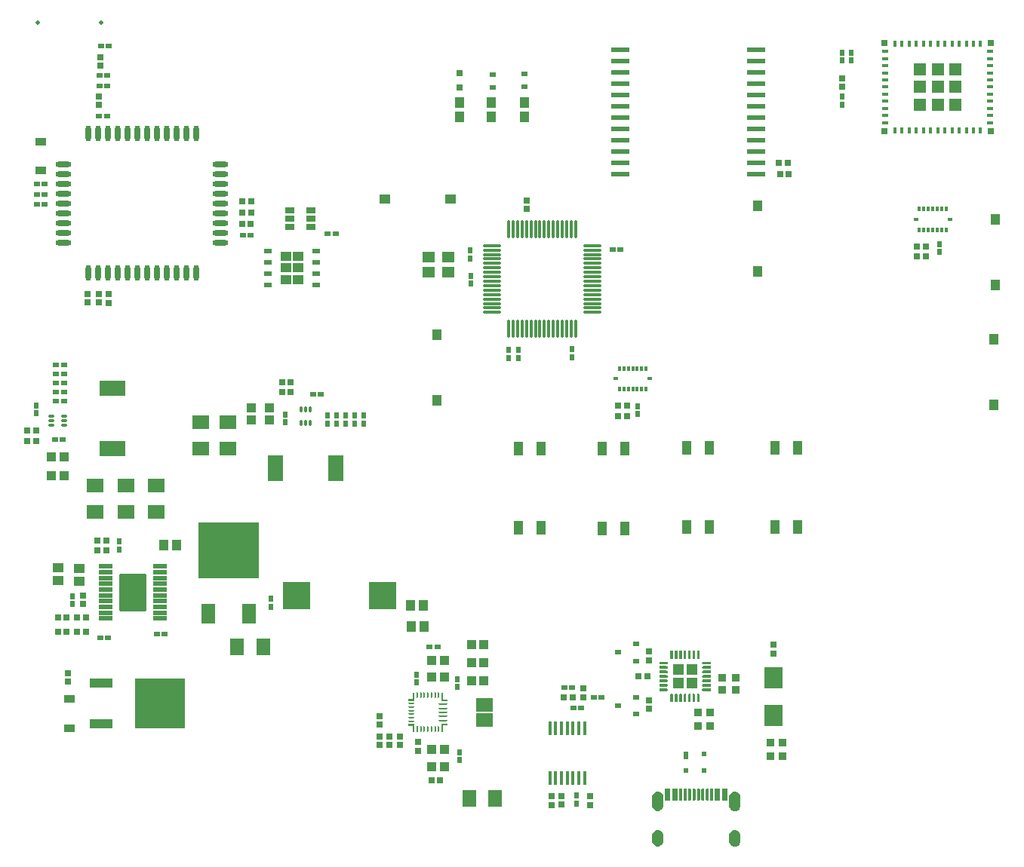
<source format=gtp>
G04*
G04 #@! TF.GenerationSoftware,Altium Limited,Altium Designer,21.9.1 (22)*
G04*
G04 Layer_Color=8421504*
%FSLAX25Y25*%
%MOIN*%
G70*
G04*
G04 #@! TF.SameCoordinates,CDD0097E-41E7-41F5-A71D-9F4D08275E7E*
G04*
G04*
G04 #@! TF.FilePolarity,Positive*
G04*
G01*
G75*
%ADD19R,0.01181X0.06102*%
%ADD20R,0.01181X0.06102*%
%ADD21R,0.04724X0.04724*%
%ADD22R,0.04724X0.04724*%
%ADD23R,0.04724X0.04724*%
%ADD24R,0.04724X0.04724*%
%ADD25R,0.02362X0.03543*%
%ADD26R,0.02362X0.01968*%
%ADD27R,0.04685X0.04331*%
%ADD28R,0.07874X0.02362*%
%ADD29R,0.04724X0.03937*%
%ADD30R,0.03937X0.04724*%
%ADD31R,0.02441X0.02598*%
%ADD32R,0.02756X0.02559*%
%ADD33R,0.07480X0.06102*%
%ADD34R,0.02598X0.02441*%
G04:AMPARAMS|DCode=35|XSize=26.38mil|YSize=11.81mil|CornerRadius=1.95mil|HoleSize=0mil|Usage=FLASHONLY|Rotation=180.000|XOffset=0mil|YOffset=0mil|HoleType=Round|Shape=RoundedRectangle|*
%AMROUNDEDRECTD35*
21,1,0.02638,0.00791,0,0,180.0*
21,1,0.02248,0.01181,0,0,180.0*
1,1,0.00390,-0.01124,0.00396*
1,1,0.00390,0.01124,0.00396*
1,1,0.00390,0.01124,-0.00396*
1,1,0.00390,-0.01124,-0.00396*
%
%ADD35ROUNDEDRECTD35*%
%ADD36R,0.04351X0.03961*%
%ADD37R,0.03960X0.05151*%
G04:AMPARAMS|DCode=38|XSize=118.11mil|YSize=165.35mil|CornerRadius=1.77mil|HoleSize=0mil|Usage=FLASHONLY|Rotation=0.000|XOffset=0mil|YOffset=0mil|HoleType=Round|Shape=RoundedRectangle|*
%AMROUNDEDRECTD38*
21,1,0.11811,0.16181,0,0,0.0*
21,1,0.11457,0.16535,0,0,0.0*
1,1,0.00354,0.05728,-0.08091*
1,1,0.00354,-0.05728,-0.08091*
1,1,0.00354,-0.05728,0.08091*
1,1,0.00354,0.05728,0.08091*
%
%ADD38ROUNDEDRECTD38*%
G04:AMPARAMS|DCode=39|XSize=17.72mil|YSize=62.99mil|CornerRadius=1.95mil|HoleSize=0mil|Usage=FLASHONLY|Rotation=90.000|XOffset=0mil|YOffset=0mil|HoleType=Round|Shape=RoundedRectangle|*
%AMROUNDEDRECTD39*
21,1,0.01772,0.05909,0,0,90.0*
21,1,0.01382,0.06299,0,0,90.0*
1,1,0.00390,0.02955,0.00691*
1,1,0.00390,0.02955,-0.00691*
1,1,0.00390,-0.02955,-0.00691*
1,1,0.00390,-0.02955,0.00691*
%
%ADD39ROUNDEDRECTD39*%
%ADD40R,0.05151X0.03960*%
%ADD41R,0.02559X0.02756*%
%ADD42R,0.26535X0.24528*%
%ADD43R,0.06000X0.08976*%
%ADD44R,0.12205X0.12205*%
%ADD45R,0.07505X0.06120*%
%ADD46C,0.00754*%
G04:AMPARAMS|DCode=47|XSize=23.62mil|YSize=7.87mil|CornerRadius=1.97mil|HoleSize=0mil|Usage=FLASHONLY|Rotation=270.000|XOffset=0mil|YOffset=0mil|HoleType=Round|Shape=RoundedRectangle|*
%AMROUNDEDRECTD47*
21,1,0.02362,0.00394,0,0,270.0*
21,1,0.01968,0.00787,0,0,270.0*
1,1,0.00394,-0.00197,-0.00984*
1,1,0.00394,-0.00197,0.00984*
1,1,0.00394,0.00197,0.00984*
1,1,0.00394,0.00197,-0.00984*
%
%ADD47ROUNDEDRECTD47*%
%ADD48C,0.00620*%
G04:AMPARAMS|DCode=49|XSize=7.87mil|YSize=23.62mil|CornerRadius=1.97mil|HoleSize=0mil|Usage=FLASHONLY|Rotation=270.000|XOffset=0mil|YOffset=0mil|HoleType=Round|Shape=RoundedRectangle|*
%AMROUNDEDRECTD49*
21,1,0.00787,0.01968,0,0,270.0*
21,1,0.00394,0.02362,0,0,270.0*
1,1,0.00394,-0.00984,-0.00197*
1,1,0.00394,-0.00984,0.00197*
1,1,0.00394,0.00984,0.00197*
1,1,0.00394,0.00984,-0.00197*
%
%ADD49ROUNDEDRECTD49*%
%ADD50C,0.00689*%
G04:AMPARAMS|DCode=51|XSize=27.56mil|YSize=7.87mil|CornerRadius=1.97mil|HoleSize=0mil|Usage=FLASHONLY|Rotation=270.000|XOffset=0mil|YOffset=0mil|HoleType=Round|Shape=RoundedRectangle|*
%AMROUNDEDRECTD51*
21,1,0.02756,0.00394,0,0,270.0*
21,1,0.02362,0.00787,0,0,270.0*
1,1,0.00394,-0.00197,-0.01181*
1,1,0.00394,-0.00197,0.01181*
1,1,0.00394,0.00197,0.01181*
1,1,0.00394,0.00197,-0.01181*
%
%ADD51ROUNDEDRECTD51*%
G04:AMPARAMS|DCode=52|XSize=25.59mil|YSize=7.87mil|CornerRadius=1.97mil|HoleSize=0mil|Usage=FLASHONLY|Rotation=270.000|XOffset=0mil|YOffset=0mil|HoleType=Round|Shape=RoundedRectangle|*
%AMROUNDEDRECTD52*
21,1,0.02559,0.00394,0,0,270.0*
21,1,0.02165,0.00787,0,0,270.0*
1,1,0.00394,-0.00197,-0.01083*
1,1,0.00394,-0.00197,0.01083*
1,1,0.00394,0.00197,0.01083*
1,1,0.00394,0.00197,-0.01083*
%
%ADD52ROUNDEDRECTD52*%
G04:AMPARAMS|DCode=53|XSize=26.77mil|YSize=7.87mil|CornerRadius=1.97mil|HoleSize=0mil|Usage=FLASHONLY|Rotation=270.000|XOffset=0mil|YOffset=0mil|HoleType=Round|Shape=RoundedRectangle|*
%AMROUNDEDRECTD53*
21,1,0.02677,0.00394,0,0,270.0*
21,1,0.02284,0.00787,0,0,270.0*
1,1,0.00394,-0.00197,-0.01142*
1,1,0.00394,-0.00197,0.01142*
1,1,0.00394,0.00197,0.01142*
1,1,0.00394,0.00197,-0.01142*
%
%ADD53ROUNDEDRECTD53*%
G04:AMPARAMS|DCode=54|XSize=7.87mil|YSize=39.37mil|CornerRadius=1.97mil|HoleSize=0mil|Usage=FLASHONLY|Rotation=270.000|XOffset=0mil|YOffset=0mil|HoleType=Round|Shape=RoundedRectangle|*
%AMROUNDEDRECTD54*
21,1,0.00787,0.03543,0,0,270.0*
21,1,0.00394,0.03937,0,0,270.0*
1,1,0.00394,-0.01772,-0.00197*
1,1,0.00394,-0.01772,0.00197*
1,1,0.00394,0.01772,0.00197*
1,1,0.00394,0.01772,-0.00197*
%
%ADD54ROUNDEDRECTD54*%
G04:AMPARAMS|DCode=55|XSize=7.87mil|YSize=37.4mil|CornerRadius=1.97mil|HoleSize=0mil|Usage=FLASHONLY|Rotation=270.000|XOffset=0mil|YOffset=0mil|HoleType=Round|Shape=RoundedRectangle|*
%AMROUNDEDRECTD55*
21,1,0.00787,0.03347,0,0,270.0*
21,1,0.00394,0.03740,0,0,270.0*
1,1,0.00394,-0.01673,-0.00197*
1,1,0.00394,-0.01673,0.00197*
1,1,0.00394,0.01673,0.00197*
1,1,0.00394,0.01673,-0.00197*
%
%ADD55ROUNDEDRECTD55*%
%ADD56R,0.06102X0.07480*%
%ADD57C,0.01063*%
%ADD58R,0.03150X0.02362*%
%ADD59R,0.03347X0.03740*%
%ADD60R,0.03740X0.03347*%
%ADD61R,0.05512X0.04724*%
%ADD62R,0.04331X0.02559*%
%ADD63R,0.03780X0.01968*%
%ADD64R,0.05709X0.05709*%
%ADD65R,0.02756X0.02756*%
%ADD66R,0.01575X0.03150*%
%ADD67R,0.03150X0.01575*%
%ADD68R,0.04134X0.04528*%
%ADD69R,0.04331X0.05906*%
%ADD70C,0.02000*%
%ADD71O,0.07087X0.02362*%
%ADD72O,0.02362X0.07087*%
%ADD73R,0.04803X0.03583*%
%ADD74R,0.01378X0.02323*%
%ADD75R,0.02323X0.01378*%
%ADD76O,0.08268X0.01181*%
%ADD77O,0.01181X0.08268*%
%ADD78R,0.03150X0.02362*%
%ADD79R,0.03150X0.03150*%
%ADD80R,0.01181X0.05118*%
%ADD81R,0.02362X0.05118*%
%ADD82R,0.11811X0.06890*%
G04:AMPARAMS|DCode=83|XSize=26.38mil|YSize=11.81mil|CornerRadius=1.95mil|HoleSize=0mil|Usage=FLASHONLY|Rotation=90.000|XOffset=0mil|YOffset=0mil|HoleType=Round|Shape=RoundedRectangle|*
%AMROUNDEDRECTD83*
21,1,0.02638,0.00791,0,0,90.0*
21,1,0.02248,0.01181,0,0,90.0*
1,1,0.00390,0.00396,0.01124*
1,1,0.00390,0.00396,-0.01124*
1,1,0.00390,-0.00396,-0.01124*
1,1,0.00390,-0.00396,0.01124*
%
%ADD83ROUNDEDRECTD83*%
%ADD84R,0.06890X0.11811*%
%ADD85R,0.03961X0.04351*%
%ADD86R,0.10236X0.04173*%
%ADD87R,0.22441X0.22173*%
%ADD88R,0.08268X0.09252*%
G36*
X1058028Y553118D02*
Y553001D01*
X1057938Y552784D01*
X1057771Y552618D01*
X1057555Y552528D01*
X1057320D01*
X1057102Y552618D01*
X1056936Y552784D01*
X1056847Y553001D01*
Y553118D01*
Y556268D01*
X1058028D01*
Y553118D01*
D02*
G37*
G36*
X1056059D02*
Y553001D01*
X1055969Y552784D01*
X1055803Y552618D01*
X1055586Y552528D01*
X1055351D01*
X1055134Y552618D01*
X1054968Y552784D01*
X1054878Y553001D01*
Y553118D01*
Y556268D01*
X1056059D01*
Y553118D01*
D02*
G37*
G36*
X1054091D02*
Y553001D01*
X1054001Y552784D01*
X1053835Y552618D01*
X1053617Y552528D01*
X1053382D01*
X1053166Y552618D01*
X1052999Y552784D01*
X1052909Y553001D01*
Y553118D01*
Y556268D01*
X1054091D01*
X1054091Y553118D01*
D02*
G37*
G36*
X1052122D02*
Y553001D01*
X1052032Y552784D01*
X1051866Y552618D01*
X1051649Y552528D01*
X1051414D01*
X1051197Y552618D01*
X1051031Y552784D01*
X1050941Y553001D01*
Y553118D01*
Y556268D01*
X1052122D01*
Y553118D01*
D02*
G37*
G36*
X1050154D02*
Y553001D01*
X1050064Y552784D01*
X1049897Y552618D01*
X1049681Y552528D01*
X1049446D01*
X1049228Y552618D01*
X1049062Y552784D01*
X1048973Y553001D01*
Y553118D01*
X1048972D01*
Y556268D01*
X1050154D01*
Y553118D01*
D02*
G37*
G36*
X1048185D02*
Y553001D01*
X1048095Y552784D01*
X1047929Y552618D01*
X1047712Y552528D01*
X1047477D01*
X1047260Y552618D01*
X1047094Y552784D01*
X1047004Y553001D01*
Y553118D01*
Y556268D01*
X1048185D01*
Y553118D01*
D02*
G37*
G36*
X1046216D02*
Y553001D01*
X1046127Y552784D01*
X1045961Y552618D01*
X1045743Y552528D01*
X1045508D01*
X1045292Y552618D01*
X1045125Y552784D01*
X1045035Y553001D01*
Y553118D01*
Y556268D01*
X1046216D01*
Y553118D01*
D02*
G37*
G36*
X1062850Y550264D02*
X1059583D01*
X1059366Y550354D01*
X1059200Y550520D01*
X1059110Y550737D01*
Y550854D01*
Y550972D01*
X1059200Y551189D01*
X1059366Y551355D01*
X1059583Y551445D01*
X1062850D01*
Y550264D01*
D02*
G37*
G36*
X1043697Y551355D02*
X1043863Y551189D01*
X1043953Y550972D01*
Y550854D01*
Y550737D01*
X1043863Y550520D01*
X1043697Y550354D01*
X1043480Y550264D01*
X1040213D01*
Y551445D01*
X1043480D01*
X1043697Y551355D01*
D02*
G37*
G36*
X1062850Y548295D02*
X1059583D01*
X1059366Y548385D01*
X1059200Y548551D01*
X1059110Y548768D01*
Y548886D01*
Y549003D01*
X1059200Y549220D01*
X1059366Y549387D01*
X1059583Y549476D01*
X1062850D01*
Y548295D01*
D02*
G37*
G36*
X1043697Y549387D02*
X1043863Y549220D01*
X1043953Y549003D01*
Y548886D01*
Y548768D01*
X1043863Y548551D01*
X1043697Y548385D01*
X1043480Y548295D01*
X1040213D01*
Y549476D01*
X1043480D01*
X1043697Y549387D01*
D02*
G37*
G36*
X1062850Y546327D02*
X1059583D01*
X1059366Y546417D01*
X1059200Y546583D01*
X1059110Y546800D01*
Y546917D01*
Y547035D01*
X1059200Y547252D01*
X1059366Y547418D01*
X1059583Y547508D01*
X1059701D01*
Y547508D01*
X1062850D01*
Y546327D01*
D02*
G37*
G36*
X1043362Y547508D02*
X1043480D01*
X1043697Y547418D01*
X1043863Y547252D01*
X1043953Y547035D01*
Y546917D01*
Y546800D01*
X1043863Y546583D01*
X1043697Y546417D01*
X1043480Y546327D01*
X1040213D01*
Y547508D01*
X1043362Y547508D01*
D02*
G37*
G36*
X1062850Y544358D02*
X1059583D01*
X1059366Y544448D01*
X1059200Y544614D01*
X1059110Y544831D01*
Y544949D01*
Y545066D01*
X1059200Y545283D01*
X1059366Y545449D01*
X1059583Y545539D01*
X1062850D01*
Y544358D01*
D02*
G37*
G36*
X1043697Y545449D02*
X1043863Y545283D01*
X1043953Y545066D01*
Y544949D01*
Y544831D01*
X1043863Y544614D01*
X1043697Y544448D01*
X1043480Y544358D01*
X1040213D01*
Y545539D01*
X1043480D01*
X1043697Y545449D01*
D02*
G37*
G36*
X1062850Y542390D02*
X1059701Y542390D01*
X1059583D01*
X1059366Y542480D01*
X1059200Y542646D01*
X1059110Y542863D01*
Y542980D01*
Y543098D01*
X1059200Y543315D01*
X1059366Y543481D01*
X1059583Y543571D01*
X1062850D01*
Y542390D01*
D02*
G37*
G36*
X1043697Y543481D02*
X1043863Y543315D01*
X1043953Y543098D01*
Y542980D01*
Y542863D01*
X1043863Y542646D01*
X1043697Y542480D01*
X1043480Y542390D01*
X1043362D01*
Y542390D01*
X1040213D01*
Y543571D01*
X1043480D01*
X1043697Y543481D01*
D02*
G37*
G36*
X1062850Y540421D02*
X1059583D01*
X1059366Y540511D01*
X1059200Y540677D01*
X1059110Y540894D01*
Y541012D01*
Y541129D01*
X1059200Y541346D01*
X1059366Y541512D01*
X1059583Y541602D01*
X1062850D01*
Y540421D01*
D02*
G37*
G36*
X1043697Y541512D02*
X1043863Y541346D01*
X1043953Y541129D01*
Y541012D01*
Y540894D01*
X1043863Y540677D01*
X1043697Y540511D01*
X1043480Y540421D01*
X1040213D01*
Y541602D01*
X1043480D01*
X1043697Y541512D01*
D02*
G37*
G36*
X1062850Y538453D02*
X1059583D01*
X1059366Y538543D01*
X1059200Y538709D01*
X1059110Y538926D01*
Y539043D01*
Y539161D01*
X1059200Y539378D01*
X1059366Y539544D01*
X1059583Y539634D01*
X1062850D01*
Y538453D01*
D02*
G37*
G36*
X1043697Y539544D02*
X1043863Y539378D01*
X1043953Y539161D01*
Y539043D01*
Y538926D01*
X1043863Y538709D01*
X1043697Y538543D01*
X1043480Y538453D01*
X1040213D01*
Y539634D01*
X1043480D01*
X1043697Y539544D01*
D02*
G37*
G36*
X944496Y537661D02*
X944535D01*
X944608Y537631D01*
X944663Y537576D01*
X944693Y537504D01*
Y537465D01*
X944693D01*
Y534709D01*
X946465Y534709D01*
X946504D01*
X946576Y534679D01*
X946631Y534623D01*
X946661Y534551D01*
Y534512D01*
X946661D01*
X946661Y534118D01*
X946661Y534079D01*
X946631Y534007D01*
X946576Y533951D01*
X946504Y533921D01*
X946465D01*
X946465Y533921D01*
X944102Y533921D01*
X944063Y533921D01*
X943991Y533951D01*
X943935Y534007D01*
X943906Y534079D01*
X943906Y534118D01*
X943906Y537465D01*
X943906Y537504D01*
X943935Y537576D01*
X943991Y537631D01*
X944063Y537661D01*
X944102Y537661D01*
X944102Y537661D01*
X944496Y537661D01*
D02*
G37*
G36*
X932009Y537631D02*
X932065Y537576D01*
X932094Y537504D01*
X932094Y537465D01*
X932094Y534315D01*
X932094Y534315D01*
X932094Y534276D01*
X932065Y534203D01*
X932009Y534148D01*
X931937Y534118D01*
X931898Y534118D01*
X929535D01*
X929496Y534118D01*
X929424Y534148D01*
X929368Y534203D01*
X929339Y534276D01*
X929339Y534315D01*
Y534709D01*
X929339Y534748D01*
X929368Y534820D01*
X929424Y534875D01*
X929496Y534905D01*
X929535Y534905D01*
X931307Y534905D01*
Y537465D01*
Y537504D01*
X931337Y537576D01*
X931392Y537631D01*
X931465Y537661D01*
X931504D01*
X931898Y537661D01*
Y537661D01*
X931937Y537661D01*
X932009Y537631D01*
D02*
G37*
G36*
X1057771Y537280D02*
X1057938Y537114D01*
X1058028Y536897D01*
Y536779D01*
Y533630D01*
X1056847D01*
Y536779D01*
Y536897D01*
X1056936Y537114D01*
X1057102Y537280D01*
X1057320Y537370D01*
X1057555D01*
X1057771Y537280D01*
D02*
G37*
G36*
X1055803D02*
X1055969Y537114D01*
X1056059Y536897D01*
Y536779D01*
Y533630D01*
X1054878D01*
Y536779D01*
Y536897D01*
X1054968Y537114D01*
X1055134Y537280D01*
X1055351Y537370D01*
X1055586D01*
X1055803Y537280D01*
D02*
G37*
G36*
X1053835D02*
X1054001Y537114D01*
X1054091Y536897D01*
Y536779D01*
X1054091D01*
Y533630D01*
X1052909D01*
Y536779D01*
Y536897D01*
X1052999Y537114D01*
X1053166Y537280D01*
X1053382Y537370D01*
X1053617D01*
X1053835Y537280D01*
D02*
G37*
G36*
X1051866D02*
X1052032Y537114D01*
X1052122Y536897D01*
Y536779D01*
Y533630D01*
X1050941D01*
Y536779D01*
Y536897D01*
X1051031Y537114D01*
X1051197Y537280D01*
X1051414Y537370D01*
X1051649D01*
X1051866Y537280D01*
D02*
G37*
G36*
X1049897D02*
X1050064Y537114D01*
X1050154Y536897D01*
Y536779D01*
Y533630D01*
X1048972D01*
X1048973Y536779D01*
Y536897D01*
X1049062Y537114D01*
X1049228Y537280D01*
X1049446Y537370D01*
X1049681D01*
X1049897Y537280D01*
D02*
G37*
G36*
X1047929D02*
X1048095Y537114D01*
X1048185Y536897D01*
Y536779D01*
Y533630D01*
X1047004D01*
Y536779D01*
Y536897D01*
X1047094Y537114D01*
X1047260Y537280D01*
X1047477Y537370D01*
X1047712D01*
X1047929Y537280D01*
D02*
G37*
G36*
X1045961D02*
X1046127Y537114D01*
X1046216Y536897D01*
Y536779D01*
Y533630D01*
X1045035D01*
Y536779D01*
Y536897D01*
X1045125Y537114D01*
X1045292Y537280D01*
X1045508Y537370D01*
X1045743D01*
X1045961Y537280D01*
D02*
G37*
G36*
X946465Y524079D02*
X946504D01*
X946576Y524049D01*
X946631Y523993D01*
X946661Y523921D01*
X946661Y523882D01*
X946661Y523488D01*
X946661Y523488D01*
X946661Y523449D01*
X946632Y523377D01*
X946576Y523321D01*
X946504Y523291D01*
X946465Y523291D01*
X944693D01*
Y520535D01*
X944693Y520535D01*
X944693Y520496D01*
X944663Y520424D01*
X944608Y520368D01*
X944535Y520339D01*
X944496Y520339D01*
X944102D01*
X944063Y520339D01*
X943991Y520368D01*
X943935Y520424D01*
X943906Y520496D01*
X943906Y520535D01*
X943906Y523882D01*
Y523882D01*
X943906Y523921D01*
X943935Y523993D01*
X943991Y524049D01*
X944063Y524079D01*
X944102Y524079D01*
X946465Y524079D01*
X946465Y524079D01*
D02*
G37*
G36*
X932009Y523852D02*
X932065Y523797D01*
X932094Y523724D01*
X932094Y523685D01*
X932094D01*
X932094Y520535D01*
X932094Y520496D01*
X932065Y520424D01*
X932009Y520368D01*
X931937Y520339D01*
X931898Y520339D01*
X931465D01*
X931392Y520369D01*
X931337Y520424D01*
X931307Y520496D01*
Y520535D01*
Y520535D01*
Y523095D01*
X929535D01*
X929496Y523095D01*
X929424Y523124D01*
X929368Y523180D01*
X929339Y523252D01*
X929339Y523291D01*
Y523291D01*
Y523685D01*
X929339Y523724D01*
X929368Y523797D01*
X929424Y523852D01*
X929496Y523882D01*
X929535D01*
Y523882D01*
X931898Y523882D01*
X931937Y523882D01*
X932009Y523852D01*
D02*
G37*
G36*
X1070279Y490131D02*
X1067917D01*
Y495249D01*
X1070279D01*
Y490131D01*
D02*
G37*
G36*
X1067130D02*
X1064768D01*
Y495249D01*
X1067130D01*
Y490131D01*
D02*
G37*
G36*
X1063981D02*
X1062800D01*
Y495249D01*
X1063981D01*
Y490131D01*
D02*
G37*
G36*
X1062012D02*
X1060831D01*
Y495249D01*
X1062012D01*
Y490131D01*
D02*
G37*
G36*
X1060044D02*
X1058862D01*
Y495249D01*
X1060044D01*
Y490131D01*
D02*
G37*
G36*
X1058075D02*
X1056894D01*
Y495249D01*
X1058075D01*
Y490131D01*
D02*
G37*
G36*
X1056107D02*
X1054926D01*
Y495249D01*
X1056107D01*
Y490131D01*
D02*
G37*
G36*
X1054138D02*
X1052957D01*
Y495249D01*
X1054138D01*
Y490131D01*
D02*
G37*
G36*
X1052170D02*
X1050989D01*
Y495249D01*
X1052170D01*
Y490131D01*
D02*
G37*
G36*
X1050201D02*
X1049020D01*
Y495249D01*
X1050201D01*
Y490131D01*
D02*
G37*
G36*
X1048232D02*
X1045870D01*
Y495249D01*
X1048232D01*
Y490131D01*
D02*
G37*
G36*
X1045083D02*
X1042721D01*
Y495249D01*
X1045083D01*
Y490131D01*
D02*
G37*
G36*
X1040826Y493725D02*
X1041489Y493066D01*
X1041852Y492203D01*
X1041855Y491735D01*
X1041855Y491735D01*
X1041855Y487798D01*
X1041852Y487330D01*
X1041489Y486468D01*
X1040826Y485808D01*
X1039960Y485451D01*
X1039025D01*
X1038160Y485808D01*
X1037496Y486468D01*
X1037134Y487330D01*
X1037131Y487798D01*
Y491735D01*
X1037134Y492203D01*
X1037496Y493066D01*
X1038160Y493725D01*
X1039025Y494082D01*
X1039960D01*
X1040826Y493725D01*
D02*
G37*
G36*
X1074847Y493738D02*
X1075511Y493073D01*
X1075871Y492205D01*
Y491735D01*
Y487798D01*
Y487328D01*
X1075511Y486460D01*
X1074847Y485795D01*
X1073979Y485436D01*
X1073039D01*
X1072171Y485795D01*
X1071506Y486460D01*
X1071146Y487328D01*
Y487798D01*
Y491735D01*
Y492205D01*
X1071506Y493073D01*
X1072171Y493738D01*
X1073039Y494097D01*
X1073979D01*
X1074847Y493738D01*
D02*
G37*
G36*
X1040826Y476481D02*
X1041489Y475821D01*
X1041852Y474958D01*
X1041855Y474490D01*
X1041855Y474490D01*
X1041855Y472129D01*
X1041852Y471661D01*
X1041489Y470798D01*
X1040826Y470139D01*
X1039960Y469782D01*
X1039025D01*
X1038160Y470139D01*
X1037496Y470798D01*
X1037134Y471661D01*
X1037131Y472129D01*
Y474490D01*
X1037134Y474958D01*
X1037496Y475821D01*
X1038160Y476481D01*
X1039025Y476837D01*
X1039960D01*
X1040826Y476481D01*
D02*
G37*
G36*
X1074847Y476493D02*
X1075511Y475829D01*
X1075871Y474960D01*
Y474490D01*
Y472129D01*
Y471659D01*
X1075511Y470790D01*
X1074847Y470126D01*
X1073979Y469766D01*
X1073039D01*
X1072171Y470126D01*
X1071506Y470790D01*
X1071146Y471659D01*
Y472129D01*
Y474490D01*
Y474960D01*
X1071506Y475829D01*
X1072171Y476493D01*
X1073039Y476853D01*
X1073979D01*
X1074847Y476493D01*
D02*
G37*
D19*
X991823Y522024D02*
D03*
X996941D02*
D03*
X1002059D02*
D03*
X1007177D02*
D03*
X991823Y499976D02*
D03*
X996941D02*
D03*
X1002059D02*
D03*
X1007177D02*
D03*
D20*
X994368Y522024D02*
D03*
X999500Y522037D02*
D03*
X1004605Y522024D02*
D03*
X994368Y499976D02*
D03*
X999500Y499990D02*
D03*
X1004605Y499976D02*
D03*
D21*
X1048579Y541996D02*
D03*
D22*
Y547902D02*
D03*
D23*
X1054484Y541996D02*
D03*
D24*
Y547902D02*
D03*
D25*
X1052063Y509953D02*
D03*
D26*
Y503260D02*
D03*
X1059937D02*
D03*
Y510740D02*
D03*
D27*
X880737Y720374D02*
D03*
X880728Y725500D02*
D03*
X880737Y730610D02*
D03*
X875264Y720374D02*
D03*
X875256Y725500D02*
D03*
X875264Y730610D02*
D03*
D28*
X1083000Y822000D02*
D03*
Y817000D02*
D03*
Y812000D02*
D03*
Y807000D02*
D03*
Y802000D02*
D03*
Y797000D02*
D03*
Y792000D02*
D03*
Y787000D02*
D03*
Y782000D02*
D03*
Y777000D02*
D03*
Y772000D02*
D03*
Y767000D02*
D03*
X1023000D02*
D03*
Y772000D02*
D03*
Y777000D02*
D03*
Y782000D02*
D03*
Y787000D02*
D03*
Y792000D02*
D03*
Y797000D02*
D03*
Y802000D02*
D03*
Y807000D02*
D03*
Y812000D02*
D03*
Y817000D02*
D03*
Y822000D02*
D03*
D29*
X948134Y756000D02*
D03*
X919000D02*
D03*
D30*
X942000Y666933D02*
D03*
Y696067D02*
D03*
X1188500Y717933D02*
D03*
Y747067D02*
D03*
X1083500Y723933D02*
D03*
Y753067D02*
D03*
X1188000Y694067D02*
D03*
Y664933D02*
D03*
D31*
X909500Y656768D02*
D03*
Y660232D02*
D03*
X905500Y656768D02*
D03*
Y660232D02*
D03*
X901500Y656768D02*
D03*
Y660232D02*
D03*
X897500Y656768D02*
D03*
Y660232D02*
D03*
X893500Y656768D02*
D03*
Y660232D02*
D03*
X765000Y661268D02*
D03*
Y664732D02*
D03*
X801500Y601035D02*
D03*
Y604500D02*
D03*
X781000Y580465D02*
D03*
Y577000D02*
D03*
X868500Y575768D02*
D03*
Y579232D02*
D03*
X951000Y540268D02*
D03*
Y543732D02*
D03*
X933000Y542268D02*
D03*
Y545732D02*
D03*
X952000Y511465D02*
D03*
Y508000D02*
D03*
X1003500Y492232D02*
D03*
Y488768D02*
D03*
X1030500Y661000D02*
D03*
Y664465D02*
D03*
X956500Y733232D02*
D03*
Y729768D02*
D03*
X957000Y718500D02*
D03*
Y721965D02*
D03*
X1164000Y732500D02*
D03*
Y735965D02*
D03*
X1125000Y820732D02*
D03*
Y817268D02*
D03*
X1121000Y817268D02*
D03*
Y820732D02*
D03*
Y801232D02*
D03*
Y797768D02*
D03*
X973500Y685768D02*
D03*
Y689232D02*
D03*
X978000Y689232D02*
D03*
Y685768D02*
D03*
X1001500Y689500D02*
D03*
Y686035D02*
D03*
X875000Y660732D02*
D03*
Y657268D02*
D03*
D32*
X873630Y675000D02*
D03*
X877370D02*
D03*
Y670500D02*
D03*
X873630D02*
D03*
X761130Y653500D02*
D03*
X764870D02*
D03*
Y649000D02*
D03*
X761130D02*
D03*
X795870Y605000D02*
D03*
X792130D02*
D03*
X795870Y600500D02*
D03*
X792130D02*
D03*
X786870Y571000D02*
D03*
X783130D02*
D03*
X778370D02*
D03*
X774630D02*
D03*
X783130Y564500D02*
D03*
X786870D02*
D03*
X774500D02*
D03*
X778240D02*
D03*
X939630Y499000D02*
D03*
X943370D02*
D03*
X1001870Y535500D02*
D03*
X998130D02*
D03*
X1034870Y545000D02*
D03*
X1031130D02*
D03*
X1022130Y664500D02*
D03*
X1025870D02*
D03*
X1022130Y660000D02*
D03*
X1025870D02*
D03*
X856130Y755000D02*
D03*
X859870D02*
D03*
X856130Y750000D02*
D03*
X859870D02*
D03*
X856000Y745000D02*
D03*
X859740D02*
D03*
X1154130Y735000D02*
D03*
X1157870D02*
D03*
X1154130Y730500D02*
D03*
X1157870D02*
D03*
X1093500Y767000D02*
D03*
X1097240D02*
D03*
X1096870Y772000D02*
D03*
X1093130D02*
D03*
D33*
X837500Y645693D02*
D03*
Y657307D02*
D03*
X849500Y657307D02*
D03*
Y645693D02*
D03*
X791000Y617693D02*
D03*
Y629307D02*
D03*
X804500Y617693D02*
D03*
Y629307D02*
D03*
X818000Y629307D02*
D03*
Y617693D02*
D03*
D34*
X777232Y682500D02*
D03*
X773768D02*
D03*
X777232Y678500D02*
D03*
X773768D02*
D03*
X777232Y674500D02*
D03*
X773768D02*
D03*
X777232Y670500D02*
D03*
X773768D02*
D03*
X777232Y666500D02*
D03*
X773768D02*
D03*
X776732Y649500D02*
D03*
X773268D02*
D03*
X793268Y562000D02*
D03*
X796732D02*
D03*
X938768Y558000D02*
D03*
X942232D02*
D03*
X1001732Y540000D02*
D03*
X998268D02*
D03*
X1005732Y531000D02*
D03*
X1002268D02*
D03*
X893768Y740500D02*
D03*
X897232D02*
D03*
X856268Y740000D02*
D03*
X859732D02*
D03*
X765268Y753500D02*
D03*
X768732D02*
D03*
X765268Y758000D02*
D03*
X768732D02*
D03*
X765268Y762500D02*
D03*
X768732D02*
D03*
X793000Y806000D02*
D03*
X796465D02*
D03*
X792768Y792500D02*
D03*
X796232D02*
D03*
X793000Y810500D02*
D03*
X796465D02*
D03*
X793500Y823500D02*
D03*
X796965D02*
D03*
X1019500Y733500D02*
D03*
X1022965D02*
D03*
X821732Y563500D02*
D03*
X818268D02*
D03*
X890732Y669500D02*
D03*
X887268D02*
D03*
X1014732Y535500D02*
D03*
X1011268D02*
D03*
D35*
X777413Y656032D02*
D03*
Y658000D02*
D03*
Y659969D02*
D03*
X771587D02*
D03*
Y658000D02*
D03*
Y656032D02*
D03*
D36*
X771742Y642000D02*
D03*
X777258D02*
D03*
X771742Y633500D02*
D03*
X777258D02*
D03*
X962758Y543000D02*
D03*
X957242D02*
D03*
X962758Y551000D02*
D03*
X957242D02*
D03*
X962758Y559000D02*
D03*
X957242D02*
D03*
X945258Y552000D02*
D03*
X939742D02*
D03*
X945258Y544500D02*
D03*
X939742D02*
D03*
X945258Y512500D02*
D03*
X939742D02*
D03*
X945258Y505000D02*
D03*
X939742D02*
D03*
D37*
X821282Y603000D02*
D03*
X827000D02*
D03*
X935914Y576307D02*
D03*
X930195D02*
D03*
X936218Y567000D02*
D03*
X930500D02*
D03*
D38*
X807500Y582000D02*
D03*
D39*
X795492Y593516D02*
D03*
Y590957D02*
D03*
Y588398D02*
D03*
Y585839D02*
D03*
Y583280D02*
D03*
Y580721D02*
D03*
Y578161D02*
D03*
Y575602D02*
D03*
Y573043D02*
D03*
Y570484D02*
D03*
X819508Y593516D02*
D03*
Y590957D02*
D03*
Y588398D02*
D03*
Y585839D02*
D03*
Y583280D02*
D03*
Y580721D02*
D03*
Y578161D02*
D03*
Y575602D02*
D03*
Y573043D02*
D03*
Y570484D02*
D03*
D40*
X774500Y587141D02*
D03*
Y592859D02*
D03*
X784000Y587000D02*
D03*
Y592718D02*
D03*
D41*
X785500Y580740D02*
D03*
Y577000D02*
D03*
X916500Y527240D02*
D03*
Y523500D02*
D03*
X925500Y514630D02*
D03*
Y518370D02*
D03*
X921000D02*
D03*
Y514630D02*
D03*
X916500Y518370D02*
D03*
Y514630D02*
D03*
X933500Y515870D02*
D03*
Y512130D02*
D03*
X1009500Y491870D02*
D03*
Y488130D02*
D03*
X997000Y488260D02*
D03*
Y492000D02*
D03*
X992500Y491870D02*
D03*
Y488130D02*
D03*
X1006500Y535760D02*
D03*
Y539500D02*
D03*
X1035500Y555870D02*
D03*
Y552130D02*
D03*
Y534370D02*
D03*
Y530630D02*
D03*
X1090500Y558870D02*
D03*
Y555130D02*
D03*
X797000Y713870D02*
D03*
Y710130D02*
D03*
X792500Y710260D02*
D03*
Y714000D02*
D03*
X787500Y710260D02*
D03*
Y714000D02*
D03*
X792732Y797500D02*
D03*
Y801240D02*
D03*
X793232Y815000D02*
D03*
Y818740D02*
D03*
X1121000Y809370D02*
D03*
Y805630D02*
D03*
X981500Y755370D02*
D03*
Y751630D02*
D03*
X779000Y546370D02*
D03*
Y542630D02*
D03*
D42*
X849976Y600630D02*
D03*
D43*
X841000Y572500D02*
D03*
X858953D02*
D03*
D44*
X917898Y580500D02*
D03*
X880102D02*
D03*
D45*
X963000Y525552D02*
D03*
Y532448D02*
D03*
D46*
X944422Y534389D02*
D03*
D47*
X942724Y536480D02*
D03*
X941150D02*
D03*
X939575D02*
D03*
X938000D02*
D03*
X936425D02*
D03*
X934850D02*
D03*
X933276D02*
D03*
X938000Y521520D02*
D03*
X939575D02*
D03*
X941150D02*
D03*
X942724D02*
D03*
D48*
X931061Y534561D02*
D03*
D49*
X930520Y532937D02*
D03*
Y531362D02*
D03*
Y529787D02*
D03*
Y528213D02*
D03*
Y526638D02*
D03*
Y525063D02*
D03*
D50*
X931578Y523365D02*
D03*
X944422Y523562D02*
D03*
D51*
X933276Y521716D02*
D03*
D52*
X934850Y521618D02*
D03*
D53*
X936425Y521677D02*
D03*
D54*
X944693Y525457D02*
D03*
Y527228D02*
D03*
Y529000D02*
D03*
Y530772D02*
D03*
D55*
X944791Y532543D02*
D03*
D56*
X956193Y491000D02*
D03*
X967807D02*
D03*
X865307Y558000D02*
D03*
X853693D02*
D03*
D57*
X1045626Y535500D02*
D03*
X1047595D02*
D03*
X1049563D02*
D03*
X1051532Y534221D02*
D03*
X1053500Y535500D02*
D03*
X1055468D02*
D03*
X1057437D02*
D03*
X1060980Y539043D02*
D03*
Y541012D02*
D03*
Y542980D02*
D03*
X1062260Y544949D02*
D03*
X1060980Y546917D02*
D03*
Y548886D02*
D03*
Y550854D02*
D03*
X1057437Y554398D02*
D03*
X1055468D02*
D03*
X1053500D02*
D03*
X1051532Y555480D02*
D03*
X1049563Y554398D02*
D03*
X1047595D02*
D03*
X1045626D02*
D03*
X1042083Y550854D02*
D03*
Y548886D02*
D03*
Y546917D02*
D03*
X1041000Y544949D02*
D03*
X1042083Y542980D02*
D03*
Y541012D02*
D03*
Y539043D02*
D03*
D58*
X1029976Y528260D02*
D03*
Y535740D02*
D03*
X1022024Y532000D02*
D03*
X966500Y810854D02*
D03*
Y805146D02*
D03*
X1022024Y555500D02*
D03*
X1029976Y559240D02*
D03*
Y551760D02*
D03*
D59*
X1062658Y529000D02*
D03*
X1057343D02*
D03*
X1062658Y523000D02*
D03*
X1057343D02*
D03*
X1094658Y515500D02*
D03*
X1089342D02*
D03*
X1094658Y509500D02*
D03*
X1089342D02*
D03*
D60*
X1068111Y544166D02*
D03*
Y538851D02*
D03*
X1074111Y544166D02*
D03*
Y538851D02*
D03*
D61*
X938169Y730346D02*
D03*
X946831D02*
D03*
Y723654D02*
D03*
X938169D02*
D03*
D62*
X886449Y750980D02*
D03*
Y747240D02*
D03*
Y743500D02*
D03*
X877000D02*
D03*
Y747240D02*
D03*
Y750980D02*
D03*
D63*
X888531Y718000D02*
D03*
Y723000D02*
D03*
Y728000D02*
D03*
Y733000D02*
D03*
X867468Y718000D02*
D03*
Y723000D02*
D03*
Y728000D02*
D03*
Y733000D02*
D03*
D64*
X1163224Y813276D02*
D03*
X1171000D02*
D03*
Y805500D02*
D03*
Y797724D02*
D03*
X1163224D02*
D03*
X1155449D02*
D03*
Y805500D02*
D03*
Y813276D02*
D03*
X1163224Y805500D02*
D03*
D65*
X1139799Y824988D02*
D03*
Y786012D02*
D03*
X1186650D02*
D03*
Y824988D02*
D03*
D66*
X1144327Y824791D02*
D03*
X1147476D02*
D03*
X1150626D02*
D03*
X1153776D02*
D03*
X1156925D02*
D03*
X1160075D02*
D03*
X1163224D02*
D03*
X1166374D02*
D03*
X1169524D02*
D03*
X1172673D02*
D03*
X1175823D02*
D03*
X1178972D02*
D03*
X1182122D02*
D03*
Y786209D02*
D03*
X1178972D02*
D03*
X1175823D02*
D03*
X1172673D02*
D03*
X1169524D02*
D03*
X1166374D02*
D03*
X1163224D02*
D03*
X1160075D02*
D03*
X1156925D02*
D03*
X1153776D02*
D03*
X1150626D02*
D03*
X1147476D02*
D03*
X1144327D02*
D03*
D67*
X1186453Y821248D02*
D03*
Y818098D02*
D03*
Y814949D02*
D03*
Y811799D02*
D03*
Y808650D02*
D03*
Y805500D02*
D03*
Y802350D02*
D03*
Y799201D02*
D03*
Y796051D02*
D03*
Y792902D02*
D03*
Y789752D02*
D03*
X1139996D02*
D03*
Y792902D02*
D03*
Y796051D02*
D03*
Y799201D02*
D03*
Y802350D02*
D03*
Y805500D02*
D03*
Y808650D02*
D03*
Y811799D02*
D03*
Y814949D02*
D03*
Y818098D02*
D03*
Y821248D02*
D03*
D68*
X980500Y792252D02*
D03*
Y798748D02*
D03*
X966000Y792252D02*
D03*
Y798748D02*
D03*
X952000Y792252D02*
D03*
Y798748D02*
D03*
D69*
X1091410Y645994D02*
D03*
X1101410D02*
D03*
Y610955D02*
D03*
X1091410D02*
D03*
X1052410Y645994D02*
D03*
X1062410D02*
D03*
Y610955D02*
D03*
X1052410D02*
D03*
X1014910Y645494D02*
D03*
X1024910D02*
D03*
Y610455D02*
D03*
X1014910D02*
D03*
X978000Y645539D02*
D03*
X988000D02*
D03*
Y610500D02*
D03*
X978000D02*
D03*
D70*
X793500Y834000D02*
D03*
X765500D02*
D03*
D71*
X777020Y741102D02*
D03*
Y745433D02*
D03*
Y749764D02*
D03*
Y754095D02*
D03*
Y758425D02*
D03*
Y762756D02*
D03*
Y767087D02*
D03*
Y771417D02*
D03*
X846311D02*
D03*
Y767087D02*
D03*
Y762756D02*
D03*
Y758425D02*
D03*
Y754095D02*
D03*
Y749764D02*
D03*
Y745433D02*
D03*
Y741102D02*
D03*
Y736772D02*
D03*
X777020D02*
D03*
D72*
X787847Y785000D02*
D03*
X792177D02*
D03*
X796508D02*
D03*
X800839D02*
D03*
X805169D02*
D03*
X809500D02*
D03*
X813831D02*
D03*
X818161D02*
D03*
X822492D02*
D03*
X826823D02*
D03*
X831153D02*
D03*
X835484D02*
D03*
Y723189D02*
D03*
X831153D02*
D03*
X826823D02*
D03*
X822492D02*
D03*
X818161D02*
D03*
X813831D02*
D03*
X809500D02*
D03*
X805169D02*
D03*
X800839D02*
D03*
X796508D02*
D03*
X792177D02*
D03*
X787847D02*
D03*
D73*
X767000Y781437D02*
D03*
Y768563D02*
D03*
X779500Y534937D02*
D03*
Y522063D02*
D03*
D74*
X1022595Y671913D02*
D03*
X1024563D02*
D03*
X1026532D02*
D03*
X1028500D02*
D03*
X1030468D02*
D03*
X1032437D02*
D03*
X1034406D02*
D03*
Y681087D02*
D03*
X1032437D02*
D03*
X1030468D02*
D03*
X1028500D02*
D03*
X1026532D02*
D03*
X1024563D02*
D03*
X1022595D02*
D03*
X1155134Y742413D02*
D03*
X1157102D02*
D03*
X1159071D02*
D03*
X1161039D02*
D03*
X1163008D02*
D03*
X1164976D02*
D03*
X1166945D02*
D03*
Y751587D02*
D03*
X1164976D02*
D03*
X1163008D02*
D03*
X1161039D02*
D03*
X1159071D02*
D03*
X1157102D02*
D03*
X1155134D02*
D03*
D75*
X1036039Y676500D02*
D03*
X1020961D02*
D03*
X1168579Y747000D02*
D03*
X1153500D02*
D03*
D76*
X966405Y735374D02*
D03*
Y733405D02*
D03*
Y731437D02*
D03*
Y729468D02*
D03*
Y727500D02*
D03*
Y725531D02*
D03*
Y723563D02*
D03*
Y721594D02*
D03*
Y719626D02*
D03*
Y717658D02*
D03*
Y715689D02*
D03*
Y713721D02*
D03*
Y711752D02*
D03*
Y709784D02*
D03*
Y707815D02*
D03*
Y705847D02*
D03*
X1010500D02*
D03*
Y707815D02*
D03*
Y709784D02*
D03*
Y711752D02*
D03*
Y713721D02*
D03*
Y715689D02*
D03*
Y717658D02*
D03*
Y719626D02*
D03*
Y721594D02*
D03*
Y723563D02*
D03*
Y725531D02*
D03*
Y727500D02*
D03*
Y729468D02*
D03*
Y731437D02*
D03*
Y733405D02*
D03*
Y735374D02*
D03*
D77*
X973689Y698563D02*
D03*
X975657D02*
D03*
X977626D02*
D03*
X979595D02*
D03*
X981563D02*
D03*
X983531D02*
D03*
X985500D02*
D03*
X987469D02*
D03*
X989437D02*
D03*
X991405D02*
D03*
X993374D02*
D03*
X995343D02*
D03*
X997311D02*
D03*
X999279D02*
D03*
X1001248D02*
D03*
X1003216D02*
D03*
Y742658D02*
D03*
X1001248D02*
D03*
X999279D02*
D03*
X997311D02*
D03*
X995343D02*
D03*
X993374D02*
D03*
X991405D02*
D03*
X989437D02*
D03*
X987469D02*
D03*
X985500D02*
D03*
X983531D02*
D03*
X981563D02*
D03*
X979595D02*
D03*
X977626D02*
D03*
X975657D02*
D03*
X973689D02*
D03*
D78*
X980500Y805646D02*
D03*
Y811354D02*
D03*
D79*
X952000Y811650D02*
D03*
Y805350D02*
D03*
D80*
X1063390Y492690D02*
D03*
X1061421D02*
D03*
X1059453D02*
D03*
X1057484D02*
D03*
X1055516D02*
D03*
X1053547D02*
D03*
X1051579D02*
D03*
X1049610D02*
D03*
D81*
X1065949D02*
D03*
X1069098D02*
D03*
X1047051D02*
D03*
X1043901D02*
D03*
D82*
X798500Y672287D02*
D03*
Y645713D02*
D03*
D83*
X882032Y662913D02*
D03*
X884000D02*
D03*
X885968D02*
D03*
Y657087D02*
D03*
X884000D02*
D03*
X882032D02*
D03*
D84*
X897287Y637000D02*
D03*
X870713D02*
D03*
D85*
X868000Y658242D02*
D03*
Y663758D02*
D03*
X860000Y658242D02*
D03*
Y663758D02*
D03*
D86*
X793713Y542000D02*
D03*
Y524000D02*
D03*
D87*
X819500Y533000D02*
D03*
D88*
X1090500Y544465D02*
D03*
Y527535D02*
D03*
M02*

</source>
